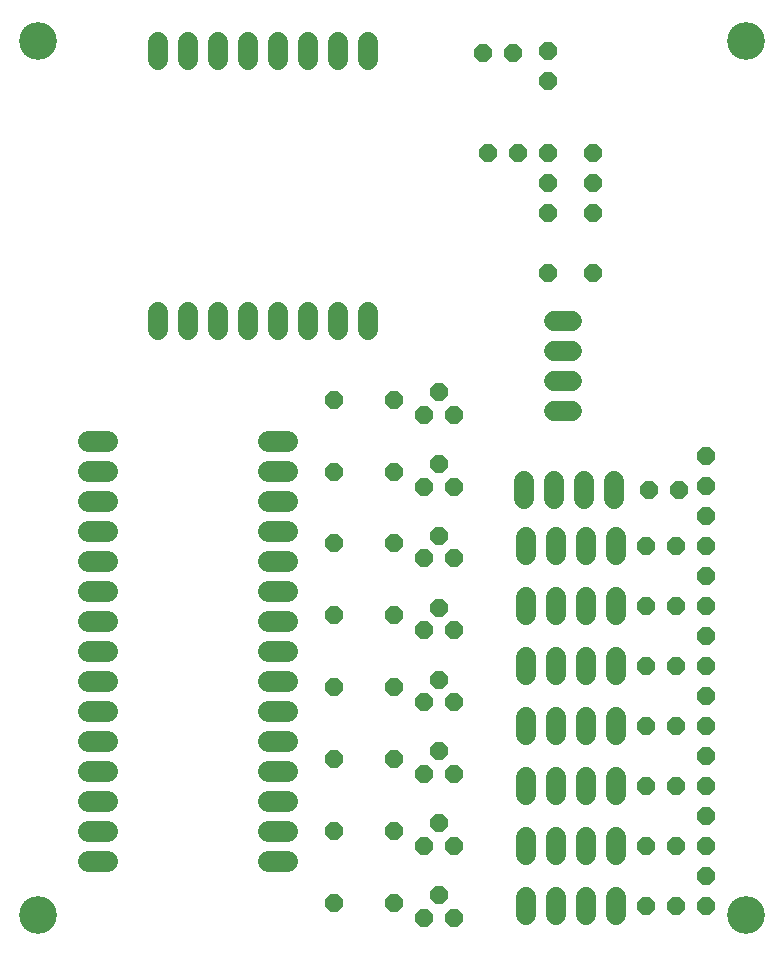
<source format=gbr>
G04 EAGLE Gerber X2 export*
%TF.Part,Single*%
%TF.FileFunction,Soldermask,Bot,1*%
%TF.FilePolarity,Positive*%
%TF.GenerationSoftware,Autodesk,EAGLE,9.2.2*%
%TF.CreationDate,2018-12-07T06:18:27Z*%
G75*
%MOMM*%
%FSLAX34Y34*%
%LPD*%
%INSoldermask Bottom*%
%AMOC8*
5,1,8,0,0,1.08239X$1,22.5*%
G01*
%ADD10C,3.203200*%
%ADD11C,1.727200*%
%ADD12C,1.778000*%
%ADD13P,1.649562X8X22.500000*%
%ADD14P,1.649562X8X292.500000*%
%ADD15P,1.649562X8X112.500000*%
%ADD16P,1.649562X8X202.500000*%


D10*
X0Y30000D03*
X0Y770000D03*
X600000Y30000D03*
X600000Y770000D03*
D11*
X279400Y769620D02*
X279400Y754380D01*
X254000Y754380D02*
X254000Y769620D01*
X228600Y769620D02*
X228600Y754380D01*
X203200Y754380D02*
X203200Y769620D01*
X177800Y769620D02*
X177800Y754380D01*
X152400Y754380D02*
X152400Y769620D01*
X127000Y769620D02*
X127000Y754380D01*
X101600Y754380D02*
X101600Y769620D01*
X101600Y541020D02*
X101600Y525780D01*
X127000Y525780D02*
X127000Y541020D01*
X152400Y541020D02*
X152400Y525780D01*
X177800Y525780D02*
X177800Y541020D01*
X203200Y541020D02*
X203200Y525780D01*
X228600Y525780D02*
X228600Y541020D01*
X254000Y541020D02*
X254000Y525780D01*
X279400Y525780D02*
X279400Y541020D01*
D12*
X58674Y431800D02*
X42926Y431800D01*
X42926Y406400D02*
X58674Y406400D01*
X58674Y381000D02*
X42926Y381000D01*
X42926Y355600D02*
X58674Y355600D01*
X58674Y330200D02*
X42926Y330200D01*
X42926Y304800D02*
X58674Y304800D01*
X58674Y279400D02*
X42926Y279400D01*
X42926Y254000D02*
X58674Y254000D01*
X58674Y228600D02*
X42926Y228600D01*
X42926Y203200D02*
X58674Y203200D01*
X58674Y177800D02*
X42926Y177800D01*
X42926Y152400D02*
X58674Y152400D01*
X58674Y127000D02*
X42926Y127000D01*
X42926Y101600D02*
X58674Y101600D01*
X58674Y76200D02*
X42926Y76200D01*
X195326Y76200D02*
X211074Y76200D01*
X211074Y101600D02*
X195326Y101600D01*
X195326Y127000D02*
X211074Y127000D01*
X211074Y152400D02*
X195326Y152400D01*
X195326Y177800D02*
X211074Y177800D01*
X211074Y203200D02*
X195326Y203200D01*
X195326Y228600D02*
X211074Y228600D01*
X211074Y254000D02*
X195326Y254000D01*
X195326Y279400D02*
X211074Y279400D01*
X211074Y304800D02*
X195326Y304800D01*
X195326Y330200D02*
X211074Y330200D01*
X211074Y355600D02*
X195326Y355600D01*
X195326Y381000D02*
X211074Y381000D01*
X211074Y406400D02*
X195326Y406400D01*
X195326Y431800D02*
X211074Y431800D01*
D13*
X352900Y392900D03*
X340200Y411950D03*
X327500Y392900D03*
X352900Y453700D03*
X340200Y472750D03*
X327500Y453700D03*
X352900Y332100D03*
X340200Y351150D03*
X327500Y332100D03*
X251300Y466400D03*
X302100Y466400D03*
X515300Y342900D03*
X540700Y342900D03*
D14*
X566100Y368300D03*
X566100Y342900D03*
X469900Y625000D03*
X469900Y574200D03*
D15*
X431800Y574200D03*
X431800Y625000D03*
D11*
X413700Y350520D02*
X413700Y335280D01*
X439100Y335280D02*
X439100Y350520D01*
X464500Y350520D02*
X464500Y335280D01*
X489900Y335280D02*
X489900Y350520D01*
X413700Y299720D02*
X413700Y284480D01*
X439100Y284480D02*
X439100Y299720D01*
X464500Y299720D02*
X464500Y284480D01*
X489900Y284480D02*
X489900Y299720D01*
D16*
X302100Y344800D03*
X251300Y344800D03*
X302100Y405600D03*
X251300Y405600D03*
D13*
X381000Y675800D03*
X406400Y675800D03*
X515300Y292100D03*
X540700Y292100D03*
D14*
X566100Y419100D03*
X566100Y393700D03*
X566100Y317500D03*
X566100Y292100D03*
X469900Y675800D03*
X469900Y650400D03*
X431800Y675800D03*
X431800Y650400D03*
X431800Y762000D03*
X431800Y736600D03*
D11*
X436880Y533400D02*
X452120Y533400D01*
X452120Y508000D02*
X436880Y508000D01*
X436880Y482600D02*
X452120Y482600D01*
X452120Y457200D02*
X436880Y457200D01*
D13*
X352900Y28100D03*
X340200Y47150D03*
X327500Y28100D03*
D11*
X413700Y30480D02*
X413700Y45720D01*
X439100Y45720D02*
X439100Y30480D01*
X464500Y30480D02*
X464500Y45720D01*
X489900Y45720D02*
X489900Y30480D01*
D13*
X515300Y38100D03*
X540700Y38100D03*
D14*
X566100Y63500D03*
X566100Y38100D03*
D13*
X352900Y88900D03*
X340200Y107950D03*
X327500Y88900D03*
D11*
X413700Y81280D02*
X413700Y96520D01*
X439100Y96520D02*
X439100Y81280D01*
X464500Y81280D02*
X464500Y96520D01*
X489900Y96520D02*
X489900Y81280D01*
D13*
X515300Y88900D03*
X540700Y88900D03*
D14*
X566100Y114300D03*
X566100Y88900D03*
D13*
X352900Y149700D03*
X340200Y168750D03*
X327500Y149700D03*
D11*
X413700Y147320D02*
X413700Y132080D01*
X439100Y132080D02*
X439100Y147320D01*
X464500Y147320D02*
X464500Y132080D01*
X489900Y132080D02*
X489900Y147320D01*
D13*
X515300Y139700D03*
X540700Y139700D03*
D14*
X566100Y165100D03*
X566100Y139700D03*
D13*
X352900Y210500D03*
X340200Y229550D03*
X327500Y210500D03*
D11*
X413700Y198120D02*
X413700Y182880D01*
X439100Y182880D02*
X439100Y198120D01*
X464500Y198120D02*
X464500Y182880D01*
X489900Y182880D02*
X489900Y198120D01*
D13*
X515300Y190500D03*
X540700Y190500D03*
D14*
X566100Y215900D03*
X566100Y190500D03*
D13*
X352900Y271300D03*
X340200Y290350D03*
X327500Y271300D03*
D11*
X413700Y248920D02*
X413700Y233680D01*
X439100Y233680D02*
X439100Y248920D01*
X464500Y248920D02*
X464500Y233680D01*
X489900Y233680D02*
X489900Y248920D01*
D13*
X515300Y241300D03*
X540700Y241300D03*
D14*
X566100Y266700D03*
X566100Y241300D03*
D16*
X302100Y284000D03*
X251300Y284000D03*
X302100Y223200D03*
X251300Y223200D03*
X302100Y162400D03*
X251300Y162400D03*
X302100Y101600D03*
X251300Y101600D03*
X302100Y40800D03*
X251300Y40800D03*
D11*
X411900Y382380D02*
X411900Y397620D01*
X437300Y397620D02*
X437300Y382380D01*
X462700Y382380D02*
X462700Y397620D01*
X488100Y397620D02*
X488100Y382380D01*
D13*
X517300Y390000D03*
X542700Y390000D03*
X377300Y760000D03*
X402700Y760000D03*
M02*

</source>
